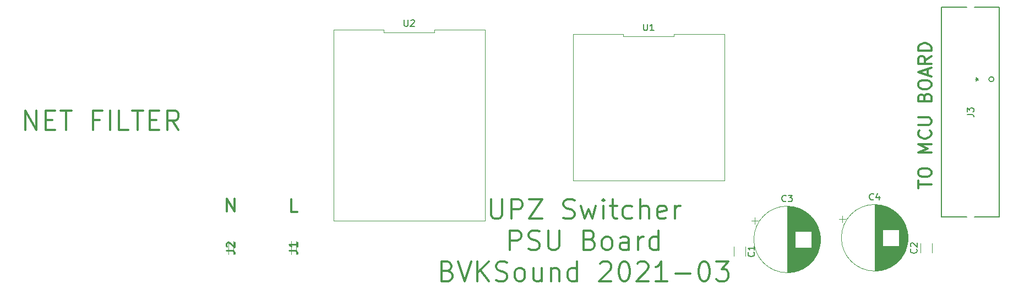
<source format=gbr>
%TF.GenerationSoftware,KiCad,Pcbnew,(5.1.9)-1*%
%TF.CreationDate,2021-03-26T17:10:42+01:00*%
%TF.ProjectId,Power Supply,506f7765-7220-4537-9570-706c792e6b69,rev?*%
%TF.SameCoordinates,Original*%
%TF.FileFunction,Legend,Top*%
%TF.FilePolarity,Positive*%
%FSLAX46Y46*%
G04 Gerber Fmt 4.6, Leading zero omitted, Abs format (unit mm)*
G04 Created by KiCad (PCBNEW (5.1.9)-1) date 2021-03-26 17:10:42*
%MOMM*%
%LPD*%
G01*
G04 APERTURE LIST*
%ADD10C,0.300000*%
%ADD11C,0.100000*%
%ADD12C,0.152400*%
%ADD13C,0.120000*%
%ADD14C,0.254000*%
%ADD15C,0.150000*%
G04 APERTURE END LIST*
D10*
X78385714Y-115757142D02*
X78385714Y-112757142D01*
X80100000Y-115757142D01*
X80100000Y-112757142D01*
X81528571Y-114185714D02*
X82528571Y-114185714D01*
X82957142Y-115757142D02*
X81528571Y-115757142D01*
X81528571Y-112757142D01*
X82957142Y-112757142D01*
X83814285Y-112757142D02*
X85528571Y-112757142D01*
X84671428Y-115757142D02*
X84671428Y-112757142D01*
X89814285Y-114185714D02*
X88814285Y-114185714D01*
X88814285Y-115757142D02*
X88814285Y-112757142D01*
X90242857Y-112757142D01*
X91385714Y-115757142D02*
X91385714Y-112757142D01*
X94242857Y-115757142D02*
X92814285Y-115757142D01*
X92814285Y-112757142D01*
X94814285Y-112757142D02*
X96528571Y-112757142D01*
X95671428Y-115757142D02*
X95671428Y-112757142D01*
X97528571Y-114185714D02*
X98528571Y-114185714D01*
X98957142Y-115757142D02*
X97528571Y-115757142D01*
X97528571Y-112757142D01*
X98957142Y-112757142D01*
X101957142Y-115757142D02*
X100957142Y-114328571D01*
X100242857Y-115757142D02*
X100242857Y-112757142D01*
X101385714Y-112757142D01*
X101671428Y-112900000D01*
X101814285Y-113042857D01*
X101957142Y-113328571D01*
X101957142Y-113757142D01*
X101814285Y-114042857D01*
X101671428Y-114185714D01*
X101385714Y-114328571D01*
X100242857Y-114328571D01*
X149992857Y-126407142D02*
X149992857Y-128835714D01*
X150135714Y-129121428D01*
X150278571Y-129264285D01*
X150564285Y-129407142D01*
X151135714Y-129407142D01*
X151421428Y-129264285D01*
X151564285Y-129121428D01*
X151707142Y-128835714D01*
X151707142Y-126407142D01*
X153135714Y-129407142D02*
X153135714Y-126407142D01*
X154278571Y-126407142D01*
X154564285Y-126550000D01*
X154707142Y-126692857D01*
X154850000Y-126978571D01*
X154850000Y-127407142D01*
X154707142Y-127692857D01*
X154564285Y-127835714D01*
X154278571Y-127978571D01*
X153135714Y-127978571D01*
X155850000Y-126407142D02*
X157850000Y-126407142D01*
X155850000Y-129407142D01*
X157850000Y-129407142D01*
X161135714Y-129264285D02*
X161564285Y-129407142D01*
X162278571Y-129407142D01*
X162564285Y-129264285D01*
X162707142Y-129121428D01*
X162850000Y-128835714D01*
X162850000Y-128550000D01*
X162707142Y-128264285D01*
X162564285Y-128121428D01*
X162278571Y-127978571D01*
X161707142Y-127835714D01*
X161421428Y-127692857D01*
X161278571Y-127550000D01*
X161135714Y-127264285D01*
X161135714Y-126978571D01*
X161278571Y-126692857D01*
X161421428Y-126550000D01*
X161707142Y-126407142D01*
X162421428Y-126407142D01*
X162850000Y-126550000D01*
X163850000Y-127407142D02*
X164421428Y-129407142D01*
X164992857Y-127978571D01*
X165564285Y-129407142D01*
X166135714Y-127407142D01*
X167278571Y-129407142D02*
X167278571Y-127407142D01*
X167278571Y-126407142D02*
X167135714Y-126550000D01*
X167278571Y-126692857D01*
X167421428Y-126550000D01*
X167278571Y-126407142D01*
X167278571Y-126692857D01*
X168278571Y-127407142D02*
X169421428Y-127407142D01*
X168707142Y-126407142D02*
X168707142Y-128978571D01*
X168850000Y-129264285D01*
X169135714Y-129407142D01*
X169421428Y-129407142D01*
X171707142Y-129264285D02*
X171421428Y-129407142D01*
X170850000Y-129407142D01*
X170564285Y-129264285D01*
X170421428Y-129121428D01*
X170278571Y-128835714D01*
X170278571Y-127978571D01*
X170421428Y-127692857D01*
X170564285Y-127550000D01*
X170850000Y-127407142D01*
X171421428Y-127407142D01*
X171707142Y-127550000D01*
X172992857Y-129407142D02*
X172992857Y-126407142D01*
X174278571Y-129407142D02*
X174278571Y-127835714D01*
X174135714Y-127550000D01*
X173850000Y-127407142D01*
X173421428Y-127407142D01*
X173135714Y-127550000D01*
X172992857Y-127692857D01*
X176850000Y-129264285D02*
X176564285Y-129407142D01*
X175992857Y-129407142D01*
X175707142Y-129264285D01*
X175564285Y-128978571D01*
X175564285Y-127835714D01*
X175707142Y-127550000D01*
X175992857Y-127407142D01*
X176564285Y-127407142D01*
X176850000Y-127550000D01*
X176992857Y-127835714D01*
X176992857Y-128121428D01*
X175564285Y-128407142D01*
X178278571Y-129407142D02*
X178278571Y-127407142D01*
X178278571Y-127978571D02*
X178421428Y-127692857D01*
X178564285Y-127550000D01*
X178850000Y-127407142D01*
X179135714Y-127407142D01*
X152921428Y-134207142D02*
X152921428Y-131207142D01*
X154064285Y-131207142D01*
X154350000Y-131350000D01*
X154492857Y-131492857D01*
X154635714Y-131778571D01*
X154635714Y-132207142D01*
X154492857Y-132492857D01*
X154350000Y-132635714D01*
X154064285Y-132778571D01*
X152921428Y-132778571D01*
X155778571Y-134064285D02*
X156207142Y-134207142D01*
X156921428Y-134207142D01*
X157207142Y-134064285D01*
X157350000Y-133921428D01*
X157492857Y-133635714D01*
X157492857Y-133350000D01*
X157350000Y-133064285D01*
X157207142Y-132921428D01*
X156921428Y-132778571D01*
X156350000Y-132635714D01*
X156064285Y-132492857D01*
X155921428Y-132350000D01*
X155778571Y-132064285D01*
X155778571Y-131778571D01*
X155921428Y-131492857D01*
X156064285Y-131350000D01*
X156350000Y-131207142D01*
X157064285Y-131207142D01*
X157492857Y-131350000D01*
X158778571Y-131207142D02*
X158778571Y-133635714D01*
X158921428Y-133921428D01*
X159064285Y-134064285D01*
X159350000Y-134207142D01*
X159921428Y-134207142D01*
X160207142Y-134064285D01*
X160350000Y-133921428D01*
X160492857Y-133635714D01*
X160492857Y-131207142D01*
X165207142Y-132635714D02*
X165635714Y-132778571D01*
X165778571Y-132921428D01*
X165921428Y-133207142D01*
X165921428Y-133635714D01*
X165778571Y-133921428D01*
X165635714Y-134064285D01*
X165350000Y-134207142D01*
X164207142Y-134207142D01*
X164207142Y-131207142D01*
X165207142Y-131207142D01*
X165492857Y-131350000D01*
X165635714Y-131492857D01*
X165778571Y-131778571D01*
X165778571Y-132064285D01*
X165635714Y-132350000D01*
X165492857Y-132492857D01*
X165207142Y-132635714D01*
X164207142Y-132635714D01*
X167635714Y-134207142D02*
X167350000Y-134064285D01*
X167207142Y-133921428D01*
X167064285Y-133635714D01*
X167064285Y-132778571D01*
X167207142Y-132492857D01*
X167350000Y-132350000D01*
X167635714Y-132207142D01*
X168064285Y-132207142D01*
X168350000Y-132350000D01*
X168492857Y-132492857D01*
X168635714Y-132778571D01*
X168635714Y-133635714D01*
X168492857Y-133921428D01*
X168350000Y-134064285D01*
X168064285Y-134207142D01*
X167635714Y-134207142D01*
X171207142Y-134207142D02*
X171207142Y-132635714D01*
X171064285Y-132350000D01*
X170778571Y-132207142D01*
X170207142Y-132207142D01*
X169921428Y-132350000D01*
X171207142Y-134064285D02*
X170921428Y-134207142D01*
X170207142Y-134207142D01*
X169921428Y-134064285D01*
X169778571Y-133778571D01*
X169778571Y-133492857D01*
X169921428Y-133207142D01*
X170207142Y-133064285D01*
X170921428Y-133064285D01*
X171207142Y-132921428D01*
X172635714Y-134207142D02*
X172635714Y-132207142D01*
X172635714Y-132778571D02*
X172778571Y-132492857D01*
X172921428Y-132350000D01*
X173207142Y-132207142D01*
X173492857Y-132207142D01*
X175778571Y-134207142D02*
X175778571Y-131207142D01*
X175778571Y-134064285D02*
X175492857Y-134207142D01*
X174921428Y-134207142D01*
X174635714Y-134064285D01*
X174492857Y-133921428D01*
X174350000Y-133635714D01*
X174350000Y-132778571D01*
X174492857Y-132492857D01*
X174635714Y-132350000D01*
X174921428Y-132207142D01*
X175492857Y-132207142D01*
X175778571Y-132350000D01*
X143350000Y-137435714D02*
X143778571Y-137578571D01*
X143921428Y-137721428D01*
X144064285Y-138007142D01*
X144064285Y-138435714D01*
X143921428Y-138721428D01*
X143778571Y-138864285D01*
X143492857Y-139007142D01*
X142350000Y-139007142D01*
X142350000Y-136007142D01*
X143350000Y-136007142D01*
X143635714Y-136150000D01*
X143778571Y-136292857D01*
X143921428Y-136578571D01*
X143921428Y-136864285D01*
X143778571Y-137150000D01*
X143635714Y-137292857D01*
X143350000Y-137435714D01*
X142350000Y-137435714D01*
X144921428Y-136007142D02*
X145921428Y-139007142D01*
X146921428Y-136007142D01*
X147921428Y-139007142D02*
X147921428Y-136007142D01*
X149635714Y-139007142D02*
X148350000Y-137292857D01*
X149635714Y-136007142D02*
X147921428Y-137721428D01*
X150778571Y-138864285D02*
X151207142Y-139007142D01*
X151921428Y-139007142D01*
X152207142Y-138864285D01*
X152350000Y-138721428D01*
X152492857Y-138435714D01*
X152492857Y-138150000D01*
X152350000Y-137864285D01*
X152207142Y-137721428D01*
X151921428Y-137578571D01*
X151350000Y-137435714D01*
X151064285Y-137292857D01*
X150921428Y-137150000D01*
X150778571Y-136864285D01*
X150778571Y-136578571D01*
X150921428Y-136292857D01*
X151064285Y-136150000D01*
X151350000Y-136007142D01*
X152064285Y-136007142D01*
X152492857Y-136150000D01*
X154207142Y-139007142D02*
X153921428Y-138864285D01*
X153778571Y-138721428D01*
X153635714Y-138435714D01*
X153635714Y-137578571D01*
X153778571Y-137292857D01*
X153921428Y-137150000D01*
X154207142Y-137007142D01*
X154635714Y-137007142D01*
X154921428Y-137150000D01*
X155064285Y-137292857D01*
X155207142Y-137578571D01*
X155207142Y-138435714D01*
X155064285Y-138721428D01*
X154921428Y-138864285D01*
X154635714Y-139007142D01*
X154207142Y-139007142D01*
X157778571Y-137007142D02*
X157778571Y-139007142D01*
X156492857Y-137007142D02*
X156492857Y-138578571D01*
X156635714Y-138864285D01*
X156921428Y-139007142D01*
X157350000Y-139007142D01*
X157635714Y-138864285D01*
X157778571Y-138721428D01*
X159207142Y-137007142D02*
X159207142Y-139007142D01*
X159207142Y-137292857D02*
X159350000Y-137150000D01*
X159635714Y-137007142D01*
X160064285Y-137007142D01*
X160350000Y-137150000D01*
X160492857Y-137435714D01*
X160492857Y-139007142D01*
X163207142Y-139007142D02*
X163207142Y-136007142D01*
X163207142Y-138864285D02*
X162921428Y-139007142D01*
X162350000Y-139007142D01*
X162064285Y-138864285D01*
X161921428Y-138721428D01*
X161778571Y-138435714D01*
X161778571Y-137578571D01*
X161921428Y-137292857D01*
X162064285Y-137150000D01*
X162350000Y-137007142D01*
X162921428Y-137007142D01*
X163207142Y-137150000D01*
X166778571Y-136292857D02*
X166921428Y-136150000D01*
X167207142Y-136007142D01*
X167921428Y-136007142D01*
X168207142Y-136150000D01*
X168350000Y-136292857D01*
X168492857Y-136578571D01*
X168492857Y-136864285D01*
X168350000Y-137292857D01*
X166635714Y-139007142D01*
X168492857Y-139007142D01*
X170350000Y-136007142D02*
X170635714Y-136007142D01*
X170921428Y-136150000D01*
X171064285Y-136292857D01*
X171207142Y-136578571D01*
X171350000Y-137150000D01*
X171350000Y-137864285D01*
X171207142Y-138435714D01*
X171064285Y-138721428D01*
X170921428Y-138864285D01*
X170635714Y-139007142D01*
X170350000Y-139007142D01*
X170064285Y-138864285D01*
X169921428Y-138721428D01*
X169778571Y-138435714D01*
X169635714Y-137864285D01*
X169635714Y-137150000D01*
X169778571Y-136578571D01*
X169921428Y-136292857D01*
X170064285Y-136150000D01*
X170350000Y-136007142D01*
X172492857Y-136292857D02*
X172635714Y-136150000D01*
X172921428Y-136007142D01*
X173635714Y-136007142D01*
X173921428Y-136150000D01*
X174064285Y-136292857D01*
X174207142Y-136578571D01*
X174207142Y-136864285D01*
X174064285Y-137292857D01*
X172350000Y-139007142D01*
X174207142Y-139007142D01*
X177064285Y-139007142D02*
X175350000Y-139007142D01*
X176207142Y-139007142D02*
X176207142Y-136007142D01*
X175921428Y-136435714D01*
X175635714Y-136721428D01*
X175350000Y-136864285D01*
X178350000Y-137864285D02*
X180635714Y-137864285D01*
X182635714Y-136007142D02*
X182921428Y-136007142D01*
X183207142Y-136150000D01*
X183350000Y-136292857D01*
X183492857Y-136578571D01*
X183635714Y-137150000D01*
X183635714Y-137864285D01*
X183492857Y-138435714D01*
X183350000Y-138721428D01*
X183207142Y-138864285D01*
X182921428Y-139007142D01*
X182635714Y-139007142D01*
X182350000Y-138864285D01*
X182207142Y-138721428D01*
X182064285Y-138435714D01*
X181921428Y-137864285D01*
X181921428Y-137150000D01*
X182064285Y-136578571D01*
X182207142Y-136292857D01*
X182350000Y-136150000D01*
X182635714Y-136007142D01*
X184635714Y-136007142D02*
X186492857Y-136007142D01*
X185492857Y-137150000D01*
X185921428Y-137150000D01*
X186207142Y-137292857D01*
X186350000Y-137435714D01*
X186492857Y-137721428D01*
X186492857Y-138435714D01*
X186350000Y-138721428D01*
X186207142Y-138864285D01*
X185921428Y-139007142D01*
X185064285Y-139007142D01*
X184778571Y-138864285D01*
X184635714Y-138721428D01*
X109378571Y-128304761D02*
X109378571Y-126304761D01*
X110521428Y-128304761D01*
X110521428Y-126304761D01*
X120219047Y-128404761D02*
X119266666Y-128404761D01*
X119266666Y-126404761D01*
D11*
%TO.C,J2*%
X109582000Y-134858000D02*
X109582000Y-132858000D01*
X110382000Y-134858000D02*
X110382000Y-132858000D01*
%TO.C,J1*%
X119234000Y-134858000D02*
X119234000Y-132858000D01*
X120034000Y-134858000D02*
X120034000Y-132858000D01*
D12*
%TO.C,J3*%
X219278200Y-96901000D02*
X219278200Y-129159000D01*
X219278200Y-129159000D02*
X223174775Y-129159000D01*
X228142800Y-129159000D02*
X228142800Y-96901000D01*
X228142800Y-96901000D02*
X224373225Y-96901000D01*
X223174775Y-96901000D02*
X219278200Y-96901000D01*
X224373225Y-129159000D02*
X228142800Y-129159000D01*
X227330000Y-107950000D02*
G75*
G03*
X227330000Y-107950000I-381000J0D01*
G01*
D13*
%TO.C,U2*%
X125754000Y-100372000D02*
X125754000Y-129752000D01*
X125754000Y-129752000D02*
X149074000Y-129752000D01*
X149074000Y-129752000D02*
X149074000Y-100372000D01*
X149074000Y-100372000D02*
X141300666Y-100372000D01*
X141300666Y-100372000D02*
X141300666Y-100732000D01*
X141300666Y-100732000D02*
X133527334Y-100732000D01*
X133527334Y-100732000D02*
X133527334Y-100372000D01*
X133527334Y-100372000D02*
X125754000Y-100372000D01*
%TO.C,U1*%
X162584000Y-101008000D02*
X162584000Y-123528000D01*
X162584000Y-123528000D02*
X185904000Y-123528000D01*
X185904000Y-123528000D02*
X185904000Y-101008000D01*
X185904000Y-101008000D02*
X178130666Y-101008000D01*
X178130666Y-101008000D02*
X178130666Y-101368000D01*
X178130666Y-101368000D02*
X170357334Y-101368000D01*
X170357334Y-101368000D02*
X170357334Y-101008000D01*
X170357334Y-101008000D02*
X162584000Y-101008000D01*
%TO.C,C4*%
X214122000Y-132334000D02*
G75*
G03*
X214122000Y-132334000I-5120000J0D01*
G01*
X209002000Y-127254000D02*
X209002000Y-137414000D01*
X209042000Y-127254000D02*
X209042000Y-137414000D01*
X209082000Y-127254000D02*
X209082000Y-137414000D01*
X209122000Y-127255000D02*
X209122000Y-137413000D01*
X209162000Y-127256000D02*
X209162000Y-137412000D01*
X209202000Y-127257000D02*
X209202000Y-137411000D01*
X209242000Y-127259000D02*
X209242000Y-137409000D01*
X209282000Y-127261000D02*
X209282000Y-137407000D01*
X209322000Y-127264000D02*
X209322000Y-137404000D01*
X209362000Y-127266000D02*
X209362000Y-137402000D01*
X209402000Y-127269000D02*
X209402000Y-137399000D01*
X209442000Y-127272000D02*
X209442000Y-137396000D01*
X209482000Y-127276000D02*
X209482000Y-137392000D01*
X209522000Y-127280000D02*
X209522000Y-137388000D01*
X209562000Y-127284000D02*
X209562000Y-137384000D01*
X209602000Y-127289000D02*
X209602000Y-137379000D01*
X209642000Y-127294000D02*
X209642000Y-137374000D01*
X209682000Y-127299000D02*
X209682000Y-137369000D01*
X209723000Y-127304000D02*
X209723000Y-137364000D01*
X209763000Y-127310000D02*
X209763000Y-137358000D01*
X209803000Y-127316000D02*
X209803000Y-137352000D01*
X209843000Y-127323000D02*
X209843000Y-137345000D01*
X209883000Y-127330000D02*
X209883000Y-137338000D01*
X209923000Y-127337000D02*
X209923000Y-137331000D01*
X209963000Y-127344000D02*
X209963000Y-137324000D01*
X210003000Y-127352000D02*
X210003000Y-137316000D01*
X210043000Y-127360000D02*
X210043000Y-137308000D01*
X210083000Y-127369000D02*
X210083000Y-137299000D01*
X210123000Y-127378000D02*
X210123000Y-137290000D01*
X210163000Y-127387000D02*
X210163000Y-137281000D01*
X210203000Y-127396000D02*
X210203000Y-137272000D01*
X210243000Y-127406000D02*
X210243000Y-137262000D01*
X210283000Y-127416000D02*
X210283000Y-131093000D01*
X210283000Y-133575000D02*
X210283000Y-137252000D01*
X210323000Y-127427000D02*
X210323000Y-131093000D01*
X210323000Y-133575000D02*
X210323000Y-137241000D01*
X210363000Y-127437000D02*
X210363000Y-131093000D01*
X210363000Y-133575000D02*
X210363000Y-137231000D01*
X210403000Y-127449000D02*
X210403000Y-131093000D01*
X210403000Y-133575000D02*
X210403000Y-137219000D01*
X210443000Y-127460000D02*
X210443000Y-131093000D01*
X210443000Y-133575000D02*
X210443000Y-137208000D01*
X210483000Y-127472000D02*
X210483000Y-131093000D01*
X210483000Y-133575000D02*
X210483000Y-137196000D01*
X210523000Y-127484000D02*
X210523000Y-131093000D01*
X210523000Y-133575000D02*
X210523000Y-137184000D01*
X210563000Y-127497000D02*
X210563000Y-131093000D01*
X210563000Y-133575000D02*
X210563000Y-137171000D01*
X210603000Y-127510000D02*
X210603000Y-131093000D01*
X210603000Y-133575000D02*
X210603000Y-137158000D01*
X210643000Y-127523000D02*
X210643000Y-131093000D01*
X210643000Y-133575000D02*
X210643000Y-137145000D01*
X210683000Y-127537000D02*
X210683000Y-131093000D01*
X210683000Y-133575000D02*
X210683000Y-137131000D01*
X210723000Y-127551000D02*
X210723000Y-131093000D01*
X210723000Y-133575000D02*
X210723000Y-137117000D01*
X210763000Y-127566000D02*
X210763000Y-131093000D01*
X210763000Y-133575000D02*
X210763000Y-137102000D01*
X210803000Y-127580000D02*
X210803000Y-131093000D01*
X210803000Y-133575000D02*
X210803000Y-137088000D01*
X210843000Y-127596000D02*
X210843000Y-131093000D01*
X210843000Y-133575000D02*
X210843000Y-137072000D01*
X210883000Y-127611000D02*
X210883000Y-131093000D01*
X210883000Y-133575000D02*
X210883000Y-137057000D01*
X210923000Y-127627000D02*
X210923000Y-131093000D01*
X210923000Y-133575000D02*
X210923000Y-137041000D01*
X210963000Y-127644000D02*
X210963000Y-131093000D01*
X210963000Y-133575000D02*
X210963000Y-137024000D01*
X211003000Y-127660000D02*
X211003000Y-131093000D01*
X211003000Y-133575000D02*
X211003000Y-137008000D01*
X211043000Y-127677000D02*
X211043000Y-131093000D01*
X211043000Y-133575000D02*
X211043000Y-136991000D01*
X211083000Y-127695000D02*
X211083000Y-131093000D01*
X211083000Y-133575000D02*
X211083000Y-136973000D01*
X211123000Y-127713000D02*
X211123000Y-131093000D01*
X211123000Y-133575000D02*
X211123000Y-136955000D01*
X211163000Y-127731000D02*
X211163000Y-131093000D01*
X211163000Y-133575000D02*
X211163000Y-136937000D01*
X211203000Y-127750000D02*
X211203000Y-131093000D01*
X211203000Y-133575000D02*
X211203000Y-136918000D01*
X211243000Y-127770000D02*
X211243000Y-131093000D01*
X211243000Y-133575000D02*
X211243000Y-136898000D01*
X211283000Y-127789000D02*
X211283000Y-131093000D01*
X211283000Y-133575000D02*
X211283000Y-136879000D01*
X211323000Y-127809000D02*
X211323000Y-131093000D01*
X211323000Y-133575000D02*
X211323000Y-136859000D01*
X211363000Y-127830000D02*
X211363000Y-131093000D01*
X211363000Y-133575000D02*
X211363000Y-136838000D01*
X211403000Y-127851000D02*
X211403000Y-131093000D01*
X211403000Y-133575000D02*
X211403000Y-136817000D01*
X211443000Y-127872000D02*
X211443000Y-131093000D01*
X211443000Y-133575000D02*
X211443000Y-136796000D01*
X211483000Y-127894000D02*
X211483000Y-131093000D01*
X211483000Y-133575000D02*
X211483000Y-136774000D01*
X211523000Y-127917000D02*
X211523000Y-131093000D01*
X211523000Y-133575000D02*
X211523000Y-136751000D01*
X211563000Y-127939000D02*
X211563000Y-131093000D01*
X211563000Y-133575000D02*
X211563000Y-136729000D01*
X211603000Y-127963000D02*
X211603000Y-131093000D01*
X211603000Y-133575000D02*
X211603000Y-136705000D01*
X211643000Y-127987000D02*
X211643000Y-131093000D01*
X211643000Y-133575000D02*
X211643000Y-136681000D01*
X211683000Y-128011000D02*
X211683000Y-131093000D01*
X211683000Y-133575000D02*
X211683000Y-136657000D01*
X211723000Y-128036000D02*
X211723000Y-131093000D01*
X211723000Y-133575000D02*
X211723000Y-136632000D01*
X211763000Y-128061000D02*
X211763000Y-131093000D01*
X211763000Y-133575000D02*
X211763000Y-136607000D01*
X211803000Y-128087000D02*
X211803000Y-131093000D01*
X211803000Y-133575000D02*
X211803000Y-136581000D01*
X211843000Y-128113000D02*
X211843000Y-131093000D01*
X211843000Y-133575000D02*
X211843000Y-136555000D01*
X211883000Y-128140000D02*
X211883000Y-131093000D01*
X211883000Y-133575000D02*
X211883000Y-136528000D01*
X211923000Y-128168000D02*
X211923000Y-131093000D01*
X211923000Y-133575000D02*
X211923000Y-136500000D01*
X211963000Y-128196000D02*
X211963000Y-131093000D01*
X211963000Y-133575000D02*
X211963000Y-136472000D01*
X212003000Y-128224000D02*
X212003000Y-131093000D01*
X212003000Y-133575000D02*
X212003000Y-136444000D01*
X212043000Y-128254000D02*
X212043000Y-131093000D01*
X212043000Y-133575000D02*
X212043000Y-136414000D01*
X212083000Y-128284000D02*
X212083000Y-131093000D01*
X212083000Y-133575000D02*
X212083000Y-136384000D01*
X212123000Y-128314000D02*
X212123000Y-131093000D01*
X212123000Y-133575000D02*
X212123000Y-136354000D01*
X212163000Y-128345000D02*
X212163000Y-131093000D01*
X212163000Y-133575000D02*
X212163000Y-136323000D01*
X212203000Y-128377000D02*
X212203000Y-131093000D01*
X212203000Y-133575000D02*
X212203000Y-136291000D01*
X212243000Y-128409000D02*
X212243000Y-131093000D01*
X212243000Y-133575000D02*
X212243000Y-136259000D01*
X212283000Y-128442000D02*
X212283000Y-131093000D01*
X212283000Y-133575000D02*
X212283000Y-136226000D01*
X212323000Y-128476000D02*
X212323000Y-131093000D01*
X212323000Y-133575000D02*
X212323000Y-136192000D01*
X212363000Y-128510000D02*
X212363000Y-131093000D01*
X212363000Y-133575000D02*
X212363000Y-136158000D01*
X212403000Y-128545000D02*
X212403000Y-131093000D01*
X212403000Y-133575000D02*
X212403000Y-136123000D01*
X212443000Y-128581000D02*
X212443000Y-131093000D01*
X212443000Y-133575000D02*
X212443000Y-136087000D01*
X212483000Y-128618000D02*
X212483000Y-131093000D01*
X212483000Y-133575000D02*
X212483000Y-136050000D01*
X212523000Y-128655000D02*
X212523000Y-131093000D01*
X212523000Y-133575000D02*
X212523000Y-136013000D01*
X212563000Y-128694000D02*
X212563000Y-131093000D01*
X212563000Y-133575000D02*
X212563000Y-135974000D01*
X212603000Y-128733000D02*
X212603000Y-131093000D01*
X212603000Y-133575000D02*
X212603000Y-135935000D01*
X212643000Y-128773000D02*
X212643000Y-131093000D01*
X212643000Y-133575000D02*
X212643000Y-135895000D01*
X212683000Y-128814000D02*
X212683000Y-131093000D01*
X212683000Y-133575000D02*
X212683000Y-135854000D01*
X212723000Y-128856000D02*
X212723000Y-131093000D01*
X212723000Y-133575000D02*
X212723000Y-135812000D01*
X212763000Y-128898000D02*
X212763000Y-135770000D01*
X212803000Y-128942000D02*
X212803000Y-135726000D01*
X212843000Y-128987000D02*
X212843000Y-135681000D01*
X212883000Y-129033000D02*
X212883000Y-135635000D01*
X212923000Y-129080000D02*
X212923000Y-135588000D01*
X212963000Y-129128000D02*
X212963000Y-135540000D01*
X213003000Y-129178000D02*
X213003000Y-135490000D01*
X213043000Y-129228000D02*
X213043000Y-135440000D01*
X213083000Y-129280000D02*
X213083000Y-135388000D01*
X213123000Y-129334000D02*
X213123000Y-135334000D01*
X213163000Y-129389000D02*
X213163000Y-135279000D01*
X213203000Y-129445000D02*
X213203000Y-135223000D01*
X213243000Y-129504000D02*
X213243000Y-135164000D01*
X213283000Y-129564000D02*
X213283000Y-135104000D01*
X213323000Y-129625000D02*
X213323000Y-135043000D01*
X213363000Y-129689000D02*
X213363000Y-134979000D01*
X213403000Y-129755000D02*
X213403000Y-134913000D01*
X213443000Y-129824000D02*
X213443000Y-134844000D01*
X213483000Y-129895000D02*
X213483000Y-134773000D01*
X213523000Y-129969000D02*
X213523000Y-134699000D01*
X213563000Y-130045000D02*
X213563000Y-134623000D01*
X213603000Y-130125000D02*
X213603000Y-134543000D01*
X213643000Y-130209000D02*
X213643000Y-134459000D01*
X213683000Y-130297000D02*
X213683000Y-134371000D01*
X213723000Y-130390000D02*
X213723000Y-134278000D01*
X213763000Y-130488000D02*
X213763000Y-134180000D01*
X213803000Y-130592000D02*
X213803000Y-134076000D01*
X213843000Y-130704000D02*
X213843000Y-133964000D01*
X213883000Y-130824000D02*
X213883000Y-133844000D01*
X213923000Y-130956000D02*
X213923000Y-133712000D01*
X213963000Y-131104000D02*
X213963000Y-133564000D01*
X214003000Y-131272000D02*
X214003000Y-133396000D01*
X214043000Y-131472000D02*
X214043000Y-133196000D01*
X214083000Y-131735000D02*
X214083000Y-132933000D01*
X203522354Y-129459000D02*
X204522354Y-129459000D01*
X204022354Y-128959000D02*
X204022354Y-129959000D01*
%TO.C,C3*%
X200660000Y-132588000D02*
G75*
G03*
X200660000Y-132588000I-5120000J0D01*
G01*
X195540000Y-127508000D02*
X195540000Y-137668000D01*
X195580000Y-127508000D02*
X195580000Y-137668000D01*
X195620000Y-127508000D02*
X195620000Y-137668000D01*
X195660000Y-127509000D02*
X195660000Y-137667000D01*
X195700000Y-127510000D02*
X195700000Y-137666000D01*
X195740000Y-127511000D02*
X195740000Y-137665000D01*
X195780000Y-127513000D02*
X195780000Y-137663000D01*
X195820000Y-127515000D02*
X195820000Y-137661000D01*
X195860000Y-127518000D02*
X195860000Y-137658000D01*
X195900000Y-127520000D02*
X195900000Y-137656000D01*
X195940000Y-127523000D02*
X195940000Y-137653000D01*
X195980000Y-127526000D02*
X195980000Y-137650000D01*
X196020000Y-127530000D02*
X196020000Y-137646000D01*
X196060000Y-127534000D02*
X196060000Y-137642000D01*
X196100000Y-127538000D02*
X196100000Y-137638000D01*
X196140000Y-127543000D02*
X196140000Y-137633000D01*
X196180000Y-127548000D02*
X196180000Y-137628000D01*
X196220000Y-127553000D02*
X196220000Y-137623000D01*
X196261000Y-127558000D02*
X196261000Y-137618000D01*
X196301000Y-127564000D02*
X196301000Y-137612000D01*
X196341000Y-127570000D02*
X196341000Y-137606000D01*
X196381000Y-127577000D02*
X196381000Y-137599000D01*
X196421000Y-127584000D02*
X196421000Y-137592000D01*
X196461000Y-127591000D02*
X196461000Y-137585000D01*
X196501000Y-127598000D02*
X196501000Y-137578000D01*
X196541000Y-127606000D02*
X196541000Y-137570000D01*
X196581000Y-127614000D02*
X196581000Y-137562000D01*
X196621000Y-127623000D02*
X196621000Y-137553000D01*
X196661000Y-127632000D02*
X196661000Y-137544000D01*
X196701000Y-127641000D02*
X196701000Y-137535000D01*
X196741000Y-127650000D02*
X196741000Y-137526000D01*
X196781000Y-127660000D02*
X196781000Y-137516000D01*
X196821000Y-127670000D02*
X196821000Y-131347000D01*
X196821000Y-133829000D02*
X196821000Y-137506000D01*
X196861000Y-127681000D02*
X196861000Y-131347000D01*
X196861000Y-133829000D02*
X196861000Y-137495000D01*
X196901000Y-127691000D02*
X196901000Y-131347000D01*
X196901000Y-133829000D02*
X196901000Y-137485000D01*
X196941000Y-127703000D02*
X196941000Y-131347000D01*
X196941000Y-133829000D02*
X196941000Y-137473000D01*
X196981000Y-127714000D02*
X196981000Y-131347000D01*
X196981000Y-133829000D02*
X196981000Y-137462000D01*
X197021000Y-127726000D02*
X197021000Y-131347000D01*
X197021000Y-133829000D02*
X197021000Y-137450000D01*
X197061000Y-127738000D02*
X197061000Y-131347000D01*
X197061000Y-133829000D02*
X197061000Y-137438000D01*
X197101000Y-127751000D02*
X197101000Y-131347000D01*
X197101000Y-133829000D02*
X197101000Y-137425000D01*
X197141000Y-127764000D02*
X197141000Y-131347000D01*
X197141000Y-133829000D02*
X197141000Y-137412000D01*
X197181000Y-127777000D02*
X197181000Y-131347000D01*
X197181000Y-133829000D02*
X197181000Y-137399000D01*
X197221000Y-127791000D02*
X197221000Y-131347000D01*
X197221000Y-133829000D02*
X197221000Y-137385000D01*
X197261000Y-127805000D02*
X197261000Y-131347000D01*
X197261000Y-133829000D02*
X197261000Y-137371000D01*
X197301000Y-127820000D02*
X197301000Y-131347000D01*
X197301000Y-133829000D02*
X197301000Y-137356000D01*
X197341000Y-127834000D02*
X197341000Y-131347000D01*
X197341000Y-133829000D02*
X197341000Y-137342000D01*
X197381000Y-127850000D02*
X197381000Y-131347000D01*
X197381000Y-133829000D02*
X197381000Y-137326000D01*
X197421000Y-127865000D02*
X197421000Y-131347000D01*
X197421000Y-133829000D02*
X197421000Y-137311000D01*
X197461000Y-127881000D02*
X197461000Y-131347000D01*
X197461000Y-133829000D02*
X197461000Y-137295000D01*
X197501000Y-127898000D02*
X197501000Y-131347000D01*
X197501000Y-133829000D02*
X197501000Y-137278000D01*
X197541000Y-127914000D02*
X197541000Y-131347000D01*
X197541000Y-133829000D02*
X197541000Y-137262000D01*
X197581000Y-127931000D02*
X197581000Y-131347000D01*
X197581000Y-133829000D02*
X197581000Y-137245000D01*
X197621000Y-127949000D02*
X197621000Y-131347000D01*
X197621000Y-133829000D02*
X197621000Y-137227000D01*
X197661000Y-127967000D02*
X197661000Y-131347000D01*
X197661000Y-133829000D02*
X197661000Y-137209000D01*
X197701000Y-127985000D02*
X197701000Y-131347000D01*
X197701000Y-133829000D02*
X197701000Y-137191000D01*
X197741000Y-128004000D02*
X197741000Y-131347000D01*
X197741000Y-133829000D02*
X197741000Y-137172000D01*
X197781000Y-128024000D02*
X197781000Y-131347000D01*
X197781000Y-133829000D02*
X197781000Y-137152000D01*
X197821000Y-128043000D02*
X197821000Y-131347000D01*
X197821000Y-133829000D02*
X197821000Y-137133000D01*
X197861000Y-128063000D02*
X197861000Y-131347000D01*
X197861000Y-133829000D02*
X197861000Y-137113000D01*
X197901000Y-128084000D02*
X197901000Y-131347000D01*
X197901000Y-133829000D02*
X197901000Y-137092000D01*
X197941000Y-128105000D02*
X197941000Y-131347000D01*
X197941000Y-133829000D02*
X197941000Y-137071000D01*
X197981000Y-128126000D02*
X197981000Y-131347000D01*
X197981000Y-133829000D02*
X197981000Y-137050000D01*
X198021000Y-128148000D02*
X198021000Y-131347000D01*
X198021000Y-133829000D02*
X198021000Y-137028000D01*
X198061000Y-128171000D02*
X198061000Y-131347000D01*
X198061000Y-133829000D02*
X198061000Y-137005000D01*
X198101000Y-128193000D02*
X198101000Y-131347000D01*
X198101000Y-133829000D02*
X198101000Y-136983000D01*
X198141000Y-128217000D02*
X198141000Y-131347000D01*
X198141000Y-133829000D02*
X198141000Y-136959000D01*
X198181000Y-128241000D02*
X198181000Y-131347000D01*
X198181000Y-133829000D02*
X198181000Y-136935000D01*
X198221000Y-128265000D02*
X198221000Y-131347000D01*
X198221000Y-133829000D02*
X198221000Y-136911000D01*
X198261000Y-128290000D02*
X198261000Y-131347000D01*
X198261000Y-133829000D02*
X198261000Y-136886000D01*
X198301000Y-128315000D02*
X198301000Y-131347000D01*
X198301000Y-133829000D02*
X198301000Y-136861000D01*
X198341000Y-128341000D02*
X198341000Y-131347000D01*
X198341000Y-133829000D02*
X198341000Y-136835000D01*
X198381000Y-128367000D02*
X198381000Y-131347000D01*
X198381000Y-133829000D02*
X198381000Y-136809000D01*
X198421000Y-128394000D02*
X198421000Y-131347000D01*
X198421000Y-133829000D02*
X198421000Y-136782000D01*
X198461000Y-128422000D02*
X198461000Y-131347000D01*
X198461000Y-133829000D02*
X198461000Y-136754000D01*
X198501000Y-128450000D02*
X198501000Y-131347000D01*
X198501000Y-133829000D02*
X198501000Y-136726000D01*
X198541000Y-128478000D02*
X198541000Y-131347000D01*
X198541000Y-133829000D02*
X198541000Y-136698000D01*
X198581000Y-128508000D02*
X198581000Y-131347000D01*
X198581000Y-133829000D02*
X198581000Y-136668000D01*
X198621000Y-128538000D02*
X198621000Y-131347000D01*
X198621000Y-133829000D02*
X198621000Y-136638000D01*
X198661000Y-128568000D02*
X198661000Y-131347000D01*
X198661000Y-133829000D02*
X198661000Y-136608000D01*
X198701000Y-128599000D02*
X198701000Y-131347000D01*
X198701000Y-133829000D02*
X198701000Y-136577000D01*
X198741000Y-128631000D02*
X198741000Y-131347000D01*
X198741000Y-133829000D02*
X198741000Y-136545000D01*
X198781000Y-128663000D02*
X198781000Y-131347000D01*
X198781000Y-133829000D02*
X198781000Y-136513000D01*
X198821000Y-128696000D02*
X198821000Y-131347000D01*
X198821000Y-133829000D02*
X198821000Y-136480000D01*
X198861000Y-128730000D02*
X198861000Y-131347000D01*
X198861000Y-133829000D02*
X198861000Y-136446000D01*
X198901000Y-128764000D02*
X198901000Y-131347000D01*
X198901000Y-133829000D02*
X198901000Y-136412000D01*
X198941000Y-128799000D02*
X198941000Y-131347000D01*
X198941000Y-133829000D02*
X198941000Y-136377000D01*
X198981000Y-128835000D02*
X198981000Y-131347000D01*
X198981000Y-133829000D02*
X198981000Y-136341000D01*
X199021000Y-128872000D02*
X199021000Y-131347000D01*
X199021000Y-133829000D02*
X199021000Y-136304000D01*
X199061000Y-128909000D02*
X199061000Y-131347000D01*
X199061000Y-133829000D02*
X199061000Y-136267000D01*
X199101000Y-128948000D02*
X199101000Y-131347000D01*
X199101000Y-133829000D02*
X199101000Y-136228000D01*
X199141000Y-128987000D02*
X199141000Y-131347000D01*
X199141000Y-133829000D02*
X199141000Y-136189000D01*
X199181000Y-129027000D02*
X199181000Y-131347000D01*
X199181000Y-133829000D02*
X199181000Y-136149000D01*
X199221000Y-129068000D02*
X199221000Y-131347000D01*
X199221000Y-133829000D02*
X199221000Y-136108000D01*
X199261000Y-129110000D02*
X199261000Y-131347000D01*
X199261000Y-133829000D02*
X199261000Y-136066000D01*
X199301000Y-129152000D02*
X199301000Y-136024000D01*
X199341000Y-129196000D02*
X199341000Y-135980000D01*
X199381000Y-129241000D02*
X199381000Y-135935000D01*
X199421000Y-129287000D02*
X199421000Y-135889000D01*
X199461000Y-129334000D02*
X199461000Y-135842000D01*
X199501000Y-129382000D02*
X199501000Y-135794000D01*
X199541000Y-129432000D02*
X199541000Y-135744000D01*
X199581000Y-129482000D02*
X199581000Y-135694000D01*
X199621000Y-129534000D02*
X199621000Y-135642000D01*
X199661000Y-129588000D02*
X199661000Y-135588000D01*
X199701000Y-129643000D02*
X199701000Y-135533000D01*
X199741000Y-129699000D02*
X199741000Y-135477000D01*
X199781000Y-129758000D02*
X199781000Y-135418000D01*
X199821000Y-129818000D02*
X199821000Y-135358000D01*
X199861000Y-129879000D02*
X199861000Y-135297000D01*
X199901000Y-129943000D02*
X199901000Y-135233000D01*
X199941000Y-130009000D02*
X199941000Y-135167000D01*
X199981000Y-130078000D02*
X199981000Y-135098000D01*
X200021000Y-130149000D02*
X200021000Y-135027000D01*
X200061000Y-130223000D02*
X200061000Y-134953000D01*
X200101000Y-130299000D02*
X200101000Y-134877000D01*
X200141000Y-130379000D02*
X200141000Y-134797000D01*
X200181000Y-130463000D02*
X200181000Y-134713000D01*
X200221000Y-130551000D02*
X200221000Y-134625000D01*
X200261000Y-130644000D02*
X200261000Y-134532000D01*
X200301000Y-130742000D02*
X200301000Y-134434000D01*
X200341000Y-130846000D02*
X200341000Y-134330000D01*
X200381000Y-130958000D02*
X200381000Y-134218000D01*
X200421000Y-131078000D02*
X200421000Y-134098000D01*
X200461000Y-131210000D02*
X200461000Y-133966000D01*
X200501000Y-131358000D02*
X200501000Y-133818000D01*
X200541000Y-131526000D02*
X200541000Y-133650000D01*
X200581000Y-131726000D02*
X200581000Y-133450000D01*
X200621000Y-131989000D02*
X200621000Y-133187000D01*
X190060354Y-129713000D02*
X191060354Y-129713000D01*
X190560354Y-129213000D02*
X190560354Y-130213000D01*
%TO.C,C2*%
X216006000Y-134618252D02*
X216006000Y-133195748D01*
X217826000Y-134618252D02*
X217826000Y-133195748D01*
%TO.C,C1*%
X189124000Y-133703748D02*
X189124000Y-135126252D01*
X187304000Y-133703748D02*
X187304000Y-135126252D01*
%TO.C,J2*%
D14*
X109286523Y-134281333D02*
X110193666Y-134281333D01*
X110375095Y-134341809D01*
X110496047Y-134462761D01*
X110556523Y-134644190D01*
X110556523Y-134765142D01*
X109407476Y-133737047D02*
X109347000Y-133676571D01*
X109286523Y-133555619D01*
X109286523Y-133253238D01*
X109347000Y-133132285D01*
X109407476Y-133071809D01*
X109528428Y-133011333D01*
X109649380Y-133011333D01*
X109830809Y-133071809D01*
X110556523Y-133797523D01*
X110556523Y-133011333D01*
%TO.C,J1*%
X118938523Y-134281333D02*
X119845666Y-134281333D01*
X120027095Y-134341809D01*
X120148047Y-134462761D01*
X120208523Y-134644190D01*
X120208523Y-134765142D01*
X120208523Y-133011333D02*
X120208523Y-133737047D01*
X120208523Y-133374190D02*
X118938523Y-133374190D01*
X119119952Y-133495142D01*
X119240904Y-133616095D01*
X119301380Y-133737047D01*
%TO.C,J3*%
D15*
X223226380Y-113363333D02*
X223940666Y-113363333D01*
X224083523Y-113410952D01*
X224178761Y-113506190D01*
X224226380Y-113649047D01*
X224226380Y-113744285D01*
X223226380Y-112982380D02*
X223226380Y-112363333D01*
X223607333Y-112696666D01*
X223607333Y-112553809D01*
X223654952Y-112458571D01*
X223702571Y-112410952D01*
X223797809Y-112363333D01*
X224035904Y-112363333D01*
X224131142Y-112410952D01*
X224178761Y-112458571D01*
X224226380Y-112553809D01*
X224226380Y-112839523D01*
X224178761Y-112934761D01*
X224131142Y-112982380D01*
D10*
X215704761Y-124688095D02*
X215704761Y-123545238D01*
X217704761Y-124116666D02*
X215704761Y-124116666D01*
X215704761Y-122497619D02*
X215704761Y-122116666D01*
X215800000Y-121926190D01*
X215990476Y-121735714D01*
X216371428Y-121640476D01*
X217038095Y-121640476D01*
X217419047Y-121735714D01*
X217609523Y-121926190D01*
X217704761Y-122116666D01*
X217704761Y-122497619D01*
X217609523Y-122688095D01*
X217419047Y-122878571D01*
X217038095Y-122973809D01*
X216371428Y-122973809D01*
X215990476Y-122878571D01*
X215800000Y-122688095D01*
X215704761Y-122497619D01*
X217704761Y-119259523D02*
X215704761Y-119259523D01*
X217133333Y-118592857D01*
X215704761Y-117926190D01*
X217704761Y-117926190D01*
X217514285Y-115830952D02*
X217609523Y-115926190D01*
X217704761Y-116211904D01*
X217704761Y-116402380D01*
X217609523Y-116688095D01*
X217419047Y-116878571D01*
X217228571Y-116973809D01*
X216847619Y-117069047D01*
X216561904Y-117069047D01*
X216180952Y-116973809D01*
X215990476Y-116878571D01*
X215800000Y-116688095D01*
X215704761Y-116402380D01*
X215704761Y-116211904D01*
X215800000Y-115926190D01*
X215895238Y-115830952D01*
X215704761Y-114973809D02*
X217323809Y-114973809D01*
X217514285Y-114878571D01*
X217609523Y-114783333D01*
X217704761Y-114592857D01*
X217704761Y-114211904D01*
X217609523Y-114021428D01*
X217514285Y-113926190D01*
X217323809Y-113830952D01*
X215704761Y-113830952D01*
X216657142Y-110688095D02*
X216752380Y-110402380D01*
X216847619Y-110307142D01*
X217038095Y-110211904D01*
X217323809Y-110211904D01*
X217514285Y-110307142D01*
X217609523Y-110402380D01*
X217704761Y-110592857D01*
X217704761Y-111354761D01*
X215704761Y-111354761D01*
X215704761Y-110688095D01*
X215800000Y-110497619D01*
X215895238Y-110402380D01*
X216085714Y-110307142D01*
X216276190Y-110307142D01*
X216466666Y-110402380D01*
X216561904Y-110497619D01*
X216657142Y-110688095D01*
X216657142Y-111354761D01*
X215704761Y-108973809D02*
X215704761Y-108592857D01*
X215800000Y-108402380D01*
X215990476Y-108211904D01*
X216371428Y-108116666D01*
X217038095Y-108116666D01*
X217419047Y-108211904D01*
X217609523Y-108402380D01*
X217704761Y-108592857D01*
X217704761Y-108973809D01*
X217609523Y-109164285D01*
X217419047Y-109354761D01*
X217038095Y-109450000D01*
X216371428Y-109450000D01*
X215990476Y-109354761D01*
X215800000Y-109164285D01*
X215704761Y-108973809D01*
X217133333Y-107354761D02*
X217133333Y-106402380D01*
X217704761Y-107545238D02*
X215704761Y-106878571D01*
X217704761Y-106211904D01*
X217704761Y-104402380D02*
X216752380Y-105069047D01*
X217704761Y-105545238D02*
X215704761Y-105545238D01*
X215704761Y-104783333D01*
X215800000Y-104592857D01*
X215895238Y-104497619D01*
X216085714Y-104402380D01*
X216371428Y-104402380D01*
X216561904Y-104497619D01*
X216657142Y-104592857D01*
X216752380Y-104783333D01*
X216752380Y-105545238D01*
X217704761Y-103545238D02*
X215704761Y-103545238D01*
X215704761Y-103069047D01*
X215800000Y-102783333D01*
X215990476Y-102592857D01*
X216180952Y-102497619D01*
X216561904Y-102402380D01*
X216847619Y-102402380D01*
X217228571Y-102497619D01*
X217419047Y-102592857D01*
X217609523Y-102783333D01*
X217704761Y-103069047D01*
X217704761Y-103545238D01*
D15*
X224496380Y-107950000D02*
X224734476Y-107950000D01*
X224639238Y-108188095D02*
X224734476Y-107950000D01*
X224639238Y-107711904D01*
X224924952Y-108092857D02*
X224734476Y-107950000D01*
X224924952Y-107807142D01*
%TO.C,U2*%
X136652095Y-98824380D02*
X136652095Y-99633904D01*
X136699714Y-99729142D01*
X136747333Y-99776761D01*
X136842571Y-99824380D01*
X137033047Y-99824380D01*
X137128285Y-99776761D01*
X137175904Y-99729142D01*
X137223523Y-99633904D01*
X137223523Y-98824380D01*
X137652095Y-98919619D02*
X137699714Y-98872000D01*
X137794952Y-98824380D01*
X138033047Y-98824380D01*
X138128285Y-98872000D01*
X138175904Y-98919619D01*
X138223523Y-99014857D01*
X138223523Y-99110095D01*
X138175904Y-99252952D01*
X137604476Y-99824380D01*
X138223523Y-99824380D01*
%TO.C,U1*%
X173482095Y-99460380D02*
X173482095Y-100269904D01*
X173529714Y-100365142D01*
X173577333Y-100412761D01*
X173672571Y-100460380D01*
X173863047Y-100460380D01*
X173958285Y-100412761D01*
X174005904Y-100365142D01*
X174053523Y-100269904D01*
X174053523Y-99460380D01*
X175053523Y-100460380D02*
X174482095Y-100460380D01*
X174767809Y-100460380D02*
X174767809Y-99460380D01*
X174672571Y-99603238D01*
X174577333Y-99698476D01*
X174482095Y-99746095D01*
%TO.C,C4*%
X208835333Y-126441142D02*
X208787714Y-126488761D01*
X208644857Y-126536380D01*
X208549619Y-126536380D01*
X208406761Y-126488761D01*
X208311523Y-126393523D01*
X208263904Y-126298285D01*
X208216285Y-126107809D01*
X208216285Y-125964952D01*
X208263904Y-125774476D01*
X208311523Y-125679238D01*
X208406761Y-125584000D01*
X208549619Y-125536380D01*
X208644857Y-125536380D01*
X208787714Y-125584000D01*
X208835333Y-125631619D01*
X209692476Y-125869714D02*
X209692476Y-126536380D01*
X209454380Y-125488761D02*
X209216285Y-126203047D01*
X209835333Y-126203047D01*
%TO.C,C3*%
X195373333Y-126695142D02*
X195325714Y-126742761D01*
X195182857Y-126790380D01*
X195087619Y-126790380D01*
X194944761Y-126742761D01*
X194849523Y-126647523D01*
X194801904Y-126552285D01*
X194754285Y-126361809D01*
X194754285Y-126218952D01*
X194801904Y-126028476D01*
X194849523Y-125933238D01*
X194944761Y-125838000D01*
X195087619Y-125790380D01*
X195182857Y-125790380D01*
X195325714Y-125838000D01*
X195373333Y-125885619D01*
X195706666Y-125790380D02*
X196325714Y-125790380D01*
X195992380Y-126171333D01*
X196135238Y-126171333D01*
X196230476Y-126218952D01*
X196278095Y-126266571D01*
X196325714Y-126361809D01*
X196325714Y-126599904D01*
X196278095Y-126695142D01*
X196230476Y-126742761D01*
X196135238Y-126790380D01*
X195849523Y-126790380D01*
X195754285Y-126742761D01*
X195706666Y-126695142D01*
%TO.C,C2*%
X215423142Y-134073666D02*
X215470761Y-134121285D01*
X215518380Y-134264142D01*
X215518380Y-134359380D01*
X215470761Y-134502238D01*
X215375523Y-134597476D01*
X215280285Y-134645095D01*
X215089809Y-134692714D01*
X214946952Y-134692714D01*
X214756476Y-134645095D01*
X214661238Y-134597476D01*
X214566000Y-134502238D01*
X214518380Y-134359380D01*
X214518380Y-134264142D01*
X214566000Y-134121285D01*
X214613619Y-134073666D01*
X214613619Y-133692714D02*
X214566000Y-133645095D01*
X214518380Y-133549857D01*
X214518380Y-133311761D01*
X214566000Y-133216523D01*
X214613619Y-133168904D01*
X214708857Y-133121285D01*
X214804095Y-133121285D01*
X214946952Y-133168904D01*
X215518380Y-133740333D01*
X215518380Y-133121285D01*
%TO.C,C1*%
X190421142Y-134581666D02*
X190468761Y-134629285D01*
X190516380Y-134772142D01*
X190516380Y-134867380D01*
X190468761Y-135010238D01*
X190373523Y-135105476D01*
X190278285Y-135153095D01*
X190087809Y-135200714D01*
X189944952Y-135200714D01*
X189754476Y-135153095D01*
X189659238Y-135105476D01*
X189564000Y-135010238D01*
X189516380Y-134867380D01*
X189516380Y-134772142D01*
X189564000Y-134629285D01*
X189611619Y-134581666D01*
X190516380Y-133629285D02*
X190516380Y-134200714D01*
X190516380Y-133915000D02*
X189516380Y-133915000D01*
X189659238Y-134010238D01*
X189754476Y-134105476D01*
X189802095Y-134200714D01*
%TD*%
M02*

</source>
